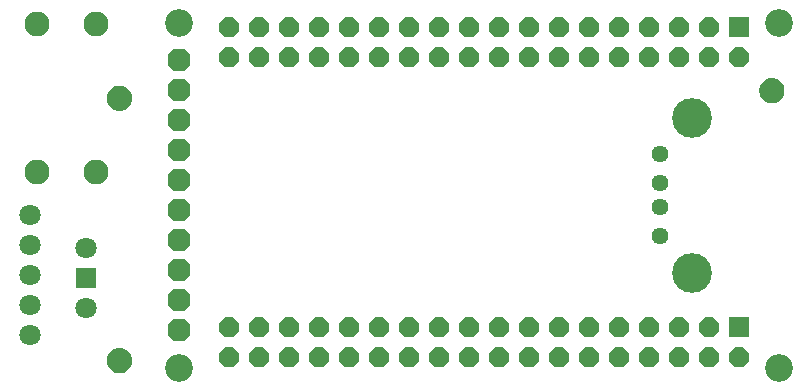
<source format=gbr>
G04 EAGLE Gerber RS-274X export*
G75*
%MOMM*%
%FSLAX34Y34*%
%LPD*%
%INSoldermask Bottom*%
%IPPOS*%
%AMOC8*
5,1,8,0,0,1.08239X$1,22.5*%
G01*
%ADD10C,2.112400*%
%ADD11R,1.676400X1.676400*%
%ADD12P,1.814519X8X202.500000*%
%ADD13R,1.803400X1.803400*%
%ADD14C,1.803400*%
%ADD15P,2.089446X8X202.500000*%
%ADD16C,2.352400*%
%ADD17C,3.372400*%
%ADD18C,1.440400*%
%ADD19C,0.609600*%
%ADD20C,1.168400*%


D10*
X57550Y322850D03*
X107550Y322850D03*
X107550Y197850D03*
X57550Y197850D03*
D11*
X652100Y320300D03*
D12*
X652100Y294900D03*
X626700Y320300D03*
X626700Y294900D03*
X601300Y320300D03*
X601300Y294900D03*
X575900Y320300D03*
X575900Y294900D03*
X550500Y320300D03*
X550500Y294900D03*
X525100Y320300D03*
X525100Y294900D03*
X499700Y320300D03*
X499700Y294900D03*
X474300Y320300D03*
X474300Y294900D03*
X448900Y320300D03*
X448900Y294900D03*
X423500Y320300D03*
X423500Y294900D03*
X398100Y320300D03*
X398100Y294900D03*
X372700Y320300D03*
X372700Y294900D03*
X347300Y320300D03*
X347300Y294900D03*
X321900Y320300D03*
X321900Y294900D03*
X296500Y320300D03*
X296500Y294900D03*
X271100Y320300D03*
X271100Y294900D03*
X245700Y320300D03*
X245700Y294900D03*
X220300Y320300D03*
X220300Y294900D03*
D11*
X652100Y66300D03*
D12*
X652100Y40900D03*
X626700Y66300D03*
X626700Y40900D03*
X601300Y66300D03*
X601300Y40900D03*
X575900Y66300D03*
X575900Y40900D03*
X550500Y66300D03*
X550500Y40900D03*
X525100Y66300D03*
X525100Y40900D03*
X499700Y66300D03*
X499700Y40900D03*
X474300Y66300D03*
X474300Y40900D03*
X448900Y66300D03*
X448900Y40900D03*
X423500Y66300D03*
X423500Y40900D03*
X398100Y66300D03*
X398100Y40900D03*
X372700Y66300D03*
X372700Y40900D03*
X347300Y66300D03*
X347300Y40900D03*
X321900Y66300D03*
X321900Y40900D03*
X296500Y66300D03*
X296500Y40900D03*
X271100Y66300D03*
X271100Y40900D03*
X245700Y66300D03*
X245700Y40900D03*
X220300Y66300D03*
X220300Y40900D03*
D13*
X99400Y107850D03*
D14*
X99400Y82450D03*
X99400Y133250D03*
D15*
X177800Y63500D03*
X177800Y88900D03*
X177800Y114300D03*
X177800Y139700D03*
X177800Y165100D03*
X177800Y190500D03*
X177800Y215900D03*
X177800Y241300D03*
X177800Y266700D03*
X177800Y292100D03*
D16*
X685800Y31750D03*
X177800Y31750D03*
X685800Y323850D03*
X177800Y323850D03*
D17*
X611900Y112250D03*
D18*
X584800Y142950D03*
D17*
X611900Y243650D03*
D18*
X584800Y167950D03*
X584800Y187950D03*
X584800Y212950D03*
D14*
X51700Y135300D03*
X51700Y160700D03*
X51700Y109900D03*
X51700Y84500D03*
X51700Y59100D03*
D19*
X119380Y38100D02*
X119382Y38287D01*
X119389Y38474D01*
X119401Y38661D01*
X119417Y38847D01*
X119437Y39033D01*
X119462Y39218D01*
X119492Y39403D01*
X119526Y39587D01*
X119565Y39770D01*
X119608Y39952D01*
X119656Y40132D01*
X119708Y40312D01*
X119765Y40490D01*
X119825Y40667D01*
X119891Y40842D01*
X119960Y41016D01*
X120034Y41188D01*
X120112Y41358D01*
X120194Y41526D01*
X120280Y41692D01*
X120370Y41856D01*
X120464Y42017D01*
X120562Y42177D01*
X120664Y42333D01*
X120770Y42488D01*
X120880Y42639D01*
X120993Y42788D01*
X121110Y42934D01*
X121230Y43077D01*
X121354Y43217D01*
X121481Y43354D01*
X121612Y43488D01*
X121746Y43619D01*
X121883Y43746D01*
X122023Y43870D01*
X122166Y43990D01*
X122312Y44107D01*
X122461Y44220D01*
X122612Y44330D01*
X122767Y44436D01*
X122923Y44538D01*
X123083Y44636D01*
X123244Y44730D01*
X123408Y44820D01*
X123574Y44906D01*
X123742Y44988D01*
X123912Y45066D01*
X124084Y45140D01*
X124258Y45209D01*
X124433Y45275D01*
X124610Y45335D01*
X124788Y45392D01*
X124968Y45444D01*
X125148Y45492D01*
X125330Y45535D01*
X125513Y45574D01*
X125697Y45608D01*
X125882Y45638D01*
X126067Y45663D01*
X126253Y45683D01*
X126439Y45699D01*
X126626Y45711D01*
X126813Y45718D01*
X127000Y45720D01*
X127187Y45718D01*
X127374Y45711D01*
X127561Y45699D01*
X127747Y45683D01*
X127933Y45663D01*
X128118Y45638D01*
X128303Y45608D01*
X128487Y45574D01*
X128670Y45535D01*
X128852Y45492D01*
X129032Y45444D01*
X129212Y45392D01*
X129390Y45335D01*
X129567Y45275D01*
X129742Y45209D01*
X129916Y45140D01*
X130088Y45066D01*
X130258Y44988D01*
X130426Y44906D01*
X130592Y44820D01*
X130756Y44730D01*
X130917Y44636D01*
X131077Y44538D01*
X131233Y44436D01*
X131388Y44330D01*
X131539Y44220D01*
X131688Y44107D01*
X131834Y43990D01*
X131977Y43870D01*
X132117Y43746D01*
X132254Y43619D01*
X132388Y43488D01*
X132519Y43354D01*
X132646Y43217D01*
X132770Y43077D01*
X132890Y42934D01*
X133007Y42788D01*
X133120Y42639D01*
X133230Y42488D01*
X133336Y42333D01*
X133438Y42177D01*
X133536Y42017D01*
X133630Y41856D01*
X133720Y41692D01*
X133806Y41526D01*
X133888Y41358D01*
X133966Y41188D01*
X134040Y41016D01*
X134109Y40842D01*
X134175Y40667D01*
X134235Y40490D01*
X134292Y40312D01*
X134344Y40132D01*
X134392Y39952D01*
X134435Y39770D01*
X134474Y39587D01*
X134508Y39403D01*
X134538Y39218D01*
X134563Y39033D01*
X134583Y38847D01*
X134599Y38661D01*
X134611Y38474D01*
X134618Y38287D01*
X134620Y38100D01*
X134618Y37913D01*
X134611Y37726D01*
X134599Y37539D01*
X134583Y37353D01*
X134563Y37167D01*
X134538Y36982D01*
X134508Y36797D01*
X134474Y36613D01*
X134435Y36430D01*
X134392Y36248D01*
X134344Y36068D01*
X134292Y35888D01*
X134235Y35710D01*
X134175Y35533D01*
X134109Y35358D01*
X134040Y35184D01*
X133966Y35012D01*
X133888Y34842D01*
X133806Y34674D01*
X133720Y34508D01*
X133630Y34344D01*
X133536Y34183D01*
X133438Y34023D01*
X133336Y33867D01*
X133230Y33712D01*
X133120Y33561D01*
X133007Y33412D01*
X132890Y33266D01*
X132770Y33123D01*
X132646Y32983D01*
X132519Y32846D01*
X132388Y32712D01*
X132254Y32581D01*
X132117Y32454D01*
X131977Y32330D01*
X131834Y32210D01*
X131688Y32093D01*
X131539Y31980D01*
X131388Y31870D01*
X131233Y31764D01*
X131077Y31662D01*
X130917Y31564D01*
X130756Y31470D01*
X130592Y31380D01*
X130426Y31294D01*
X130258Y31212D01*
X130088Y31134D01*
X129916Y31060D01*
X129742Y30991D01*
X129567Y30925D01*
X129390Y30865D01*
X129212Y30808D01*
X129032Y30756D01*
X128852Y30708D01*
X128670Y30665D01*
X128487Y30626D01*
X128303Y30592D01*
X128118Y30562D01*
X127933Y30537D01*
X127747Y30517D01*
X127561Y30501D01*
X127374Y30489D01*
X127187Y30482D01*
X127000Y30480D01*
X126813Y30482D01*
X126626Y30489D01*
X126439Y30501D01*
X126253Y30517D01*
X126067Y30537D01*
X125882Y30562D01*
X125697Y30592D01*
X125513Y30626D01*
X125330Y30665D01*
X125148Y30708D01*
X124968Y30756D01*
X124788Y30808D01*
X124610Y30865D01*
X124433Y30925D01*
X124258Y30991D01*
X124084Y31060D01*
X123912Y31134D01*
X123742Y31212D01*
X123574Y31294D01*
X123408Y31380D01*
X123244Y31470D01*
X123083Y31564D01*
X122923Y31662D01*
X122767Y31764D01*
X122612Y31870D01*
X122461Y31980D01*
X122312Y32093D01*
X122166Y32210D01*
X122023Y32330D01*
X121883Y32454D01*
X121746Y32581D01*
X121612Y32712D01*
X121481Y32846D01*
X121354Y32983D01*
X121230Y33123D01*
X121110Y33266D01*
X120993Y33412D01*
X120880Y33561D01*
X120770Y33712D01*
X120664Y33867D01*
X120562Y34023D01*
X120464Y34183D01*
X120370Y34344D01*
X120280Y34508D01*
X120194Y34674D01*
X120112Y34842D01*
X120034Y35012D01*
X119960Y35184D01*
X119891Y35358D01*
X119825Y35533D01*
X119765Y35710D01*
X119708Y35888D01*
X119656Y36068D01*
X119608Y36248D01*
X119565Y36430D01*
X119526Y36613D01*
X119492Y36797D01*
X119462Y36982D01*
X119437Y37167D01*
X119417Y37353D01*
X119401Y37539D01*
X119389Y37726D01*
X119382Y37913D01*
X119380Y38100D01*
D20*
X127000Y38100D03*
D19*
X119380Y260350D02*
X119382Y260537D01*
X119389Y260724D01*
X119401Y260911D01*
X119417Y261097D01*
X119437Y261283D01*
X119462Y261468D01*
X119492Y261653D01*
X119526Y261837D01*
X119565Y262020D01*
X119608Y262202D01*
X119656Y262382D01*
X119708Y262562D01*
X119765Y262740D01*
X119825Y262917D01*
X119891Y263092D01*
X119960Y263266D01*
X120034Y263438D01*
X120112Y263608D01*
X120194Y263776D01*
X120280Y263942D01*
X120370Y264106D01*
X120464Y264267D01*
X120562Y264427D01*
X120664Y264583D01*
X120770Y264738D01*
X120880Y264889D01*
X120993Y265038D01*
X121110Y265184D01*
X121230Y265327D01*
X121354Y265467D01*
X121481Y265604D01*
X121612Y265738D01*
X121746Y265869D01*
X121883Y265996D01*
X122023Y266120D01*
X122166Y266240D01*
X122312Y266357D01*
X122461Y266470D01*
X122612Y266580D01*
X122767Y266686D01*
X122923Y266788D01*
X123083Y266886D01*
X123244Y266980D01*
X123408Y267070D01*
X123574Y267156D01*
X123742Y267238D01*
X123912Y267316D01*
X124084Y267390D01*
X124258Y267459D01*
X124433Y267525D01*
X124610Y267585D01*
X124788Y267642D01*
X124968Y267694D01*
X125148Y267742D01*
X125330Y267785D01*
X125513Y267824D01*
X125697Y267858D01*
X125882Y267888D01*
X126067Y267913D01*
X126253Y267933D01*
X126439Y267949D01*
X126626Y267961D01*
X126813Y267968D01*
X127000Y267970D01*
X127187Y267968D01*
X127374Y267961D01*
X127561Y267949D01*
X127747Y267933D01*
X127933Y267913D01*
X128118Y267888D01*
X128303Y267858D01*
X128487Y267824D01*
X128670Y267785D01*
X128852Y267742D01*
X129032Y267694D01*
X129212Y267642D01*
X129390Y267585D01*
X129567Y267525D01*
X129742Y267459D01*
X129916Y267390D01*
X130088Y267316D01*
X130258Y267238D01*
X130426Y267156D01*
X130592Y267070D01*
X130756Y266980D01*
X130917Y266886D01*
X131077Y266788D01*
X131233Y266686D01*
X131388Y266580D01*
X131539Y266470D01*
X131688Y266357D01*
X131834Y266240D01*
X131977Y266120D01*
X132117Y265996D01*
X132254Y265869D01*
X132388Y265738D01*
X132519Y265604D01*
X132646Y265467D01*
X132770Y265327D01*
X132890Y265184D01*
X133007Y265038D01*
X133120Y264889D01*
X133230Y264738D01*
X133336Y264583D01*
X133438Y264427D01*
X133536Y264267D01*
X133630Y264106D01*
X133720Y263942D01*
X133806Y263776D01*
X133888Y263608D01*
X133966Y263438D01*
X134040Y263266D01*
X134109Y263092D01*
X134175Y262917D01*
X134235Y262740D01*
X134292Y262562D01*
X134344Y262382D01*
X134392Y262202D01*
X134435Y262020D01*
X134474Y261837D01*
X134508Y261653D01*
X134538Y261468D01*
X134563Y261283D01*
X134583Y261097D01*
X134599Y260911D01*
X134611Y260724D01*
X134618Y260537D01*
X134620Y260350D01*
X134618Y260163D01*
X134611Y259976D01*
X134599Y259789D01*
X134583Y259603D01*
X134563Y259417D01*
X134538Y259232D01*
X134508Y259047D01*
X134474Y258863D01*
X134435Y258680D01*
X134392Y258498D01*
X134344Y258318D01*
X134292Y258138D01*
X134235Y257960D01*
X134175Y257783D01*
X134109Y257608D01*
X134040Y257434D01*
X133966Y257262D01*
X133888Y257092D01*
X133806Y256924D01*
X133720Y256758D01*
X133630Y256594D01*
X133536Y256433D01*
X133438Y256273D01*
X133336Y256117D01*
X133230Y255962D01*
X133120Y255811D01*
X133007Y255662D01*
X132890Y255516D01*
X132770Y255373D01*
X132646Y255233D01*
X132519Y255096D01*
X132388Y254962D01*
X132254Y254831D01*
X132117Y254704D01*
X131977Y254580D01*
X131834Y254460D01*
X131688Y254343D01*
X131539Y254230D01*
X131388Y254120D01*
X131233Y254014D01*
X131077Y253912D01*
X130917Y253814D01*
X130756Y253720D01*
X130592Y253630D01*
X130426Y253544D01*
X130258Y253462D01*
X130088Y253384D01*
X129916Y253310D01*
X129742Y253241D01*
X129567Y253175D01*
X129390Y253115D01*
X129212Y253058D01*
X129032Y253006D01*
X128852Y252958D01*
X128670Y252915D01*
X128487Y252876D01*
X128303Y252842D01*
X128118Y252812D01*
X127933Y252787D01*
X127747Y252767D01*
X127561Y252751D01*
X127374Y252739D01*
X127187Y252732D01*
X127000Y252730D01*
X126813Y252732D01*
X126626Y252739D01*
X126439Y252751D01*
X126253Y252767D01*
X126067Y252787D01*
X125882Y252812D01*
X125697Y252842D01*
X125513Y252876D01*
X125330Y252915D01*
X125148Y252958D01*
X124968Y253006D01*
X124788Y253058D01*
X124610Y253115D01*
X124433Y253175D01*
X124258Y253241D01*
X124084Y253310D01*
X123912Y253384D01*
X123742Y253462D01*
X123574Y253544D01*
X123408Y253630D01*
X123244Y253720D01*
X123083Y253814D01*
X122923Y253912D01*
X122767Y254014D01*
X122612Y254120D01*
X122461Y254230D01*
X122312Y254343D01*
X122166Y254460D01*
X122023Y254580D01*
X121883Y254704D01*
X121746Y254831D01*
X121612Y254962D01*
X121481Y255096D01*
X121354Y255233D01*
X121230Y255373D01*
X121110Y255516D01*
X120993Y255662D01*
X120880Y255811D01*
X120770Y255962D01*
X120664Y256117D01*
X120562Y256273D01*
X120464Y256433D01*
X120370Y256594D01*
X120280Y256758D01*
X120194Y256924D01*
X120112Y257092D01*
X120034Y257262D01*
X119960Y257434D01*
X119891Y257608D01*
X119825Y257783D01*
X119765Y257960D01*
X119708Y258138D01*
X119656Y258318D01*
X119608Y258498D01*
X119565Y258680D01*
X119526Y258863D01*
X119492Y259047D01*
X119462Y259232D01*
X119437Y259417D01*
X119417Y259603D01*
X119401Y259789D01*
X119389Y259976D01*
X119382Y260163D01*
X119380Y260350D01*
D20*
X127000Y260350D03*
D19*
X671830Y266700D02*
X671832Y266887D01*
X671839Y267074D01*
X671851Y267261D01*
X671867Y267447D01*
X671887Y267633D01*
X671912Y267818D01*
X671942Y268003D01*
X671976Y268187D01*
X672015Y268370D01*
X672058Y268552D01*
X672106Y268732D01*
X672158Y268912D01*
X672215Y269090D01*
X672275Y269267D01*
X672341Y269442D01*
X672410Y269616D01*
X672484Y269788D01*
X672562Y269958D01*
X672644Y270126D01*
X672730Y270292D01*
X672820Y270456D01*
X672914Y270617D01*
X673012Y270777D01*
X673114Y270933D01*
X673220Y271088D01*
X673330Y271239D01*
X673443Y271388D01*
X673560Y271534D01*
X673680Y271677D01*
X673804Y271817D01*
X673931Y271954D01*
X674062Y272088D01*
X674196Y272219D01*
X674333Y272346D01*
X674473Y272470D01*
X674616Y272590D01*
X674762Y272707D01*
X674911Y272820D01*
X675062Y272930D01*
X675217Y273036D01*
X675373Y273138D01*
X675533Y273236D01*
X675694Y273330D01*
X675858Y273420D01*
X676024Y273506D01*
X676192Y273588D01*
X676362Y273666D01*
X676534Y273740D01*
X676708Y273809D01*
X676883Y273875D01*
X677060Y273935D01*
X677238Y273992D01*
X677418Y274044D01*
X677598Y274092D01*
X677780Y274135D01*
X677963Y274174D01*
X678147Y274208D01*
X678332Y274238D01*
X678517Y274263D01*
X678703Y274283D01*
X678889Y274299D01*
X679076Y274311D01*
X679263Y274318D01*
X679450Y274320D01*
X679637Y274318D01*
X679824Y274311D01*
X680011Y274299D01*
X680197Y274283D01*
X680383Y274263D01*
X680568Y274238D01*
X680753Y274208D01*
X680937Y274174D01*
X681120Y274135D01*
X681302Y274092D01*
X681482Y274044D01*
X681662Y273992D01*
X681840Y273935D01*
X682017Y273875D01*
X682192Y273809D01*
X682366Y273740D01*
X682538Y273666D01*
X682708Y273588D01*
X682876Y273506D01*
X683042Y273420D01*
X683206Y273330D01*
X683367Y273236D01*
X683527Y273138D01*
X683683Y273036D01*
X683838Y272930D01*
X683989Y272820D01*
X684138Y272707D01*
X684284Y272590D01*
X684427Y272470D01*
X684567Y272346D01*
X684704Y272219D01*
X684838Y272088D01*
X684969Y271954D01*
X685096Y271817D01*
X685220Y271677D01*
X685340Y271534D01*
X685457Y271388D01*
X685570Y271239D01*
X685680Y271088D01*
X685786Y270933D01*
X685888Y270777D01*
X685986Y270617D01*
X686080Y270456D01*
X686170Y270292D01*
X686256Y270126D01*
X686338Y269958D01*
X686416Y269788D01*
X686490Y269616D01*
X686559Y269442D01*
X686625Y269267D01*
X686685Y269090D01*
X686742Y268912D01*
X686794Y268732D01*
X686842Y268552D01*
X686885Y268370D01*
X686924Y268187D01*
X686958Y268003D01*
X686988Y267818D01*
X687013Y267633D01*
X687033Y267447D01*
X687049Y267261D01*
X687061Y267074D01*
X687068Y266887D01*
X687070Y266700D01*
X687068Y266513D01*
X687061Y266326D01*
X687049Y266139D01*
X687033Y265953D01*
X687013Y265767D01*
X686988Y265582D01*
X686958Y265397D01*
X686924Y265213D01*
X686885Y265030D01*
X686842Y264848D01*
X686794Y264668D01*
X686742Y264488D01*
X686685Y264310D01*
X686625Y264133D01*
X686559Y263958D01*
X686490Y263784D01*
X686416Y263612D01*
X686338Y263442D01*
X686256Y263274D01*
X686170Y263108D01*
X686080Y262944D01*
X685986Y262783D01*
X685888Y262623D01*
X685786Y262467D01*
X685680Y262312D01*
X685570Y262161D01*
X685457Y262012D01*
X685340Y261866D01*
X685220Y261723D01*
X685096Y261583D01*
X684969Y261446D01*
X684838Y261312D01*
X684704Y261181D01*
X684567Y261054D01*
X684427Y260930D01*
X684284Y260810D01*
X684138Y260693D01*
X683989Y260580D01*
X683838Y260470D01*
X683683Y260364D01*
X683527Y260262D01*
X683367Y260164D01*
X683206Y260070D01*
X683042Y259980D01*
X682876Y259894D01*
X682708Y259812D01*
X682538Y259734D01*
X682366Y259660D01*
X682192Y259591D01*
X682017Y259525D01*
X681840Y259465D01*
X681662Y259408D01*
X681482Y259356D01*
X681302Y259308D01*
X681120Y259265D01*
X680937Y259226D01*
X680753Y259192D01*
X680568Y259162D01*
X680383Y259137D01*
X680197Y259117D01*
X680011Y259101D01*
X679824Y259089D01*
X679637Y259082D01*
X679450Y259080D01*
X679263Y259082D01*
X679076Y259089D01*
X678889Y259101D01*
X678703Y259117D01*
X678517Y259137D01*
X678332Y259162D01*
X678147Y259192D01*
X677963Y259226D01*
X677780Y259265D01*
X677598Y259308D01*
X677418Y259356D01*
X677238Y259408D01*
X677060Y259465D01*
X676883Y259525D01*
X676708Y259591D01*
X676534Y259660D01*
X676362Y259734D01*
X676192Y259812D01*
X676024Y259894D01*
X675858Y259980D01*
X675694Y260070D01*
X675533Y260164D01*
X675373Y260262D01*
X675217Y260364D01*
X675062Y260470D01*
X674911Y260580D01*
X674762Y260693D01*
X674616Y260810D01*
X674473Y260930D01*
X674333Y261054D01*
X674196Y261181D01*
X674062Y261312D01*
X673931Y261446D01*
X673804Y261583D01*
X673680Y261723D01*
X673560Y261866D01*
X673443Y262012D01*
X673330Y262161D01*
X673220Y262312D01*
X673114Y262467D01*
X673012Y262623D01*
X672914Y262783D01*
X672820Y262944D01*
X672730Y263108D01*
X672644Y263274D01*
X672562Y263442D01*
X672484Y263612D01*
X672410Y263784D01*
X672341Y263958D01*
X672275Y264133D01*
X672215Y264310D01*
X672158Y264488D01*
X672106Y264668D01*
X672058Y264848D01*
X672015Y265030D01*
X671976Y265213D01*
X671942Y265397D01*
X671912Y265582D01*
X671887Y265767D01*
X671867Y265953D01*
X671851Y266139D01*
X671839Y266326D01*
X671832Y266513D01*
X671830Y266700D01*
D20*
X679450Y266700D03*
M02*

</source>
